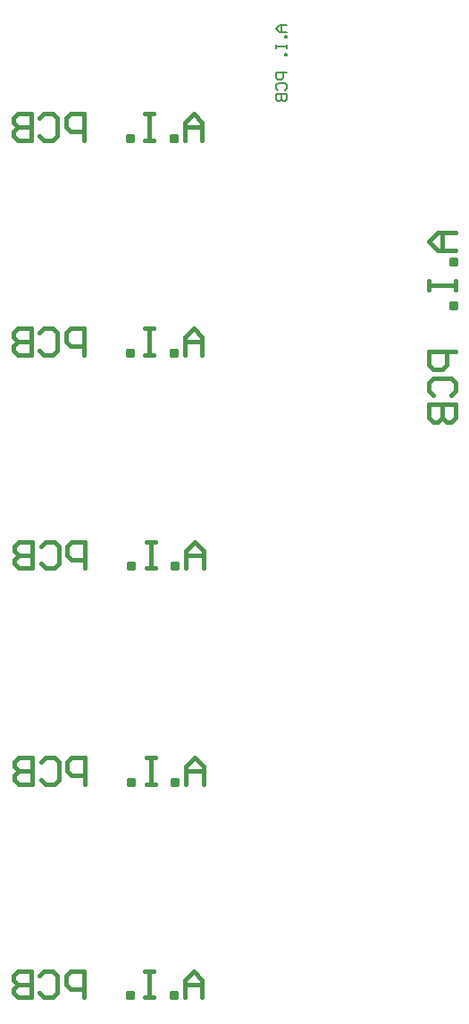
<source format=gbo>
G04 Layer_Color=32896*
%FSLAX25Y25*%
%MOIN*%
G70*
G01*
G75*
%ADD29C,0.00787*%
%ADD51C,0.01575*%
D29*
X321563Y367437D02*
X318939D01*
X317627Y366125D01*
X318939Y364813D01*
X321563D01*
X319595D01*
Y367437D01*
X321563Y363501D02*
X320907D01*
Y362845D01*
X321563D01*
Y363501D01*
X317627Y360222D02*
Y358910D01*
Y359565D01*
X321563D01*
Y360222D01*
Y358910D01*
Y356942D02*
X320907D01*
Y356286D01*
X321563D01*
Y356942D01*
Y349726D02*
X317627D01*
Y347758D01*
X318283Y347102D01*
X319595D01*
X320251Y347758D01*
Y349726D01*
X318283Y343167D02*
X317627Y343823D01*
Y345134D01*
X318283Y345791D01*
X320907D01*
X321563Y345134D01*
Y343823D01*
X320907Y343167D01*
X317627Y341855D02*
X321563D01*
Y339887D01*
X320907Y339231D01*
X320251D01*
X319595Y339887D01*
Y341855D01*
Y339887D01*
X318939Y339231D01*
X318283D01*
X317627Y339887D01*
Y341855D01*
D51*
X384500Y290000D02*
X377940D01*
X374661Y286720D01*
X377940Y283440D01*
X384500D01*
X379580D01*
Y290000D01*
X384500Y280161D02*
X382860D01*
Y278521D01*
X384500D01*
Y280161D01*
X374661Y271961D02*
Y268681D01*
Y270321D01*
X384500D01*
Y271961D01*
Y268681D01*
Y263762D02*
X382860D01*
Y262122D01*
X384500D01*
Y263762D01*
Y245723D02*
X374661D01*
Y240803D01*
X376301Y239163D01*
X379580D01*
X381220Y240803D01*
Y245723D01*
X376301Y229324D02*
X374661Y230964D01*
Y234244D01*
X376301Y235884D01*
X382860D01*
X384500Y234244D01*
Y230964D01*
X382860Y229324D01*
X374661Y226044D02*
X384500D01*
Y221125D01*
X382860Y219485D01*
X381220D01*
X379580Y221125D01*
Y226044D01*
Y221125D01*
X377940Y219485D01*
X376301D01*
X374661Y221125D01*
Y226044D01*
X290500Y84500D02*
Y91060D01*
X287220Y94339D01*
X283940Y91060D01*
Y84500D01*
Y89420D01*
X290500D01*
X280661Y84500D02*
Y86140D01*
X279021D01*
Y84500D01*
X280661D01*
X272461Y94339D02*
X269181D01*
X270821D01*
Y84500D01*
X272461D01*
X269181D01*
X264262D02*
Y86140D01*
X262622D01*
Y84500D01*
X264262D01*
X246223D02*
Y94339D01*
X241303D01*
X239663Y92699D01*
Y89420D01*
X241303Y87780D01*
X246223D01*
X229824Y92699D02*
X231464Y94339D01*
X234744D01*
X236384Y92699D01*
Y86140D01*
X234744Y84500D01*
X231464D01*
X229824Y86140D01*
X226544Y94339D02*
Y84500D01*
X221625D01*
X219985Y86140D01*
Y87780D01*
X221625Y89420D01*
X226544D01*
X221625D01*
X219985Y91060D01*
Y92699D01*
X221625Y94339D01*
X226544D01*
X290500Y165000D02*
Y171560D01*
X287220Y174839D01*
X283940Y171560D01*
Y165000D01*
Y169920D01*
X290500D01*
X280661Y165000D02*
Y166640D01*
X279021D01*
Y165000D01*
X280661D01*
X272461Y174839D02*
X269181D01*
X270821D01*
Y165000D01*
X272461D01*
X269181D01*
X264262D02*
Y166640D01*
X262622D01*
Y165000D01*
X264262D01*
X246223D02*
Y174839D01*
X241303D01*
X239663Y173199D01*
Y169920D01*
X241303Y168280D01*
X246223D01*
X229824Y173199D02*
X231464Y174839D01*
X234744D01*
X236384Y173199D01*
Y166640D01*
X234744Y165000D01*
X231464D01*
X229824Y166640D01*
X226544Y174839D02*
Y165000D01*
X221625D01*
X219985Y166640D01*
Y168280D01*
X221625Y169920D01*
X226544D01*
X221625D01*
X219985Y171560D01*
Y173199D01*
X221625Y174839D01*
X226544D01*
X290000Y244500D02*
Y251060D01*
X286720Y254339D01*
X283440Y251060D01*
Y244500D01*
Y249420D01*
X290000D01*
X280161Y244500D02*
Y246140D01*
X278521D01*
Y244500D01*
X280161D01*
X271961Y254339D02*
X268681D01*
X270321D01*
Y244500D01*
X271961D01*
X268681D01*
X263762D02*
Y246140D01*
X262122D01*
Y244500D01*
X263762D01*
X245723D02*
Y254339D01*
X240803D01*
X239163Y252699D01*
Y249420D01*
X240803Y247780D01*
X245723D01*
X229324Y252699D02*
X230964Y254339D01*
X234244D01*
X235884Y252699D01*
Y246140D01*
X234244Y244500D01*
X230964D01*
X229324Y246140D01*
X226044Y254339D02*
Y244500D01*
X221125D01*
X219485Y246140D01*
Y247780D01*
X221125Y249420D01*
X226044D01*
X221125D01*
X219485Y251060D01*
Y252699D01*
X221125Y254339D01*
X226044D01*
X290000Y324500D02*
Y331060D01*
X286720Y334339D01*
X283440Y331060D01*
Y324500D01*
Y329420D01*
X290000D01*
X280161Y324500D02*
Y326140D01*
X278521D01*
Y324500D01*
X280161D01*
X271961Y334339D02*
X268681D01*
X270321D01*
Y324500D01*
X271961D01*
X268681D01*
X263762D02*
Y326140D01*
X262122D01*
Y324500D01*
X263762D01*
X245723D02*
Y334339D01*
X240803D01*
X239163Y332699D01*
Y329420D01*
X240803Y327780D01*
X245723D01*
X229324Y332699D02*
X230964Y334339D01*
X234244D01*
X235884Y332699D01*
Y326140D01*
X234244Y324500D01*
X230964D01*
X229324Y326140D01*
X226044Y334339D02*
Y324500D01*
X221125D01*
X219485Y326140D01*
Y327780D01*
X221125Y329420D01*
X226044D01*
X221125D01*
X219485Y331060D01*
Y332699D01*
X221125Y334339D01*
X226044D01*
X290000Y5000D02*
Y11560D01*
X286720Y14839D01*
X283440Y11560D01*
Y5000D01*
Y9920D01*
X290000D01*
X280161Y5000D02*
Y6640D01*
X278521D01*
Y5000D01*
X280161D01*
X271961Y14839D02*
X268681D01*
X270321D01*
Y5000D01*
X271961D01*
X268681D01*
X263762D02*
Y6640D01*
X262122D01*
Y5000D01*
X263762D01*
X245723D02*
Y14839D01*
X240803D01*
X239163Y13199D01*
Y9920D01*
X240803Y8280D01*
X245723D01*
X229324Y13199D02*
X230964Y14839D01*
X234244D01*
X235884Y13199D01*
Y6640D01*
X234244Y5000D01*
X230964D01*
X229324Y6640D01*
X226044Y14839D02*
Y5000D01*
X221125D01*
X219485Y6640D01*
Y8280D01*
X221125Y9920D01*
X226044D01*
X221125D01*
X219485Y11560D01*
Y13199D01*
X221125Y14839D01*
X226044D01*
M02*

</source>
